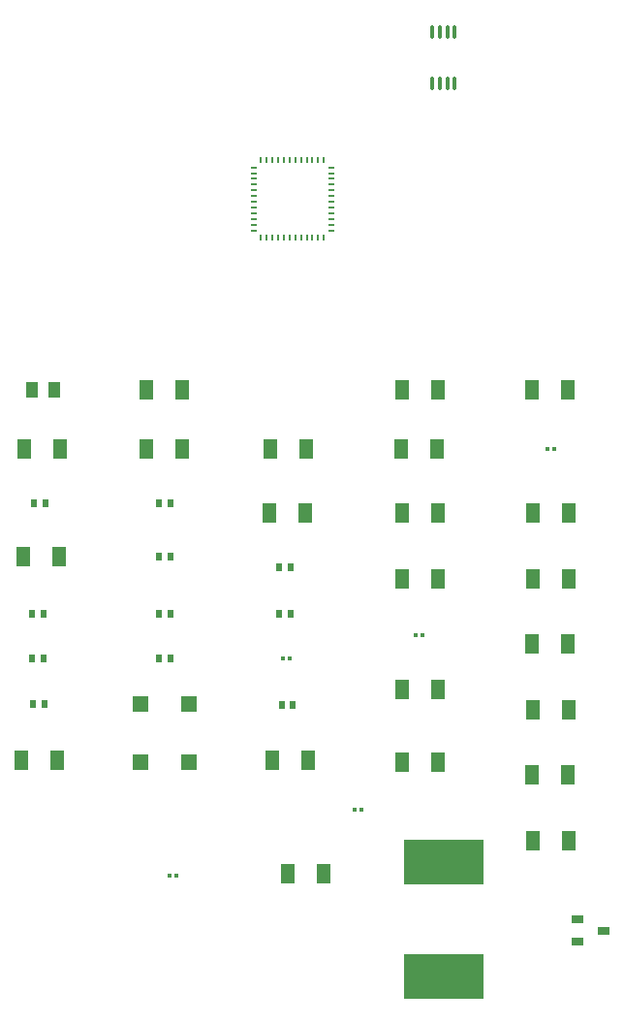
<source format=gtp>
G04*
G04 #@! TF.GenerationSoftware,Altium Limited,Altium Designer,18.1.9 (240)*
G04*
G04 Layer_Color=8421504*
%FSLAX24Y24*%
%MOIN*%
G70*
G01*
G75*
%ADD10O,0.0138X0.0531*%
%ADD11R,0.0571X0.0551*%
%ADD12R,0.0413X0.0256*%
%ADD13R,0.0118X0.0118*%
%ADD14R,0.0220X0.0252*%
%ADD15R,0.0433X0.0571*%
%ADD16R,0.0453X0.0669*%
%ADD17R,0.2756X0.1575*%
%ADD18O,0.0094X0.0236*%
%ADD19O,0.0236X0.0094*%
D10*
X25666Y42474D02*
D03*
X25922D02*
D03*
X26178D02*
D03*
X26434D02*
D03*
X25666Y44226D02*
D03*
X25922D02*
D03*
X26178D02*
D03*
X26434D02*
D03*
D11*
X15611Y21150D02*
D03*
Y19150D02*
D03*
X17289Y21150D02*
D03*
Y19150D02*
D03*
D12*
X31553Y13350D02*
D03*
X30647Y12976D02*
D03*
Y13724D02*
D03*
D13*
X16614Y15250D02*
D03*
X16850D02*
D03*
X25082Y23500D02*
D03*
X25318D02*
D03*
X22982Y17500D02*
D03*
X23218D02*
D03*
X29632Y29900D02*
D03*
X29868D02*
D03*
X20532Y22700D02*
D03*
X20768D02*
D03*
D14*
X11930Y21150D02*
D03*
X12316D02*
D03*
X11957Y28050D02*
D03*
X12343D02*
D03*
X16257Y26200D02*
D03*
X16643D02*
D03*
X16257Y24250D02*
D03*
X16643D02*
D03*
X11907Y22700D02*
D03*
X12293D02*
D03*
X20484Y21100D02*
D03*
X20870D02*
D03*
X20407Y25850D02*
D03*
X20793D02*
D03*
X11907Y24250D02*
D03*
X12293D02*
D03*
X16257Y28050D02*
D03*
X16643D02*
D03*
X16257Y22700D02*
D03*
X16643D02*
D03*
X20407Y24250D02*
D03*
X20793D02*
D03*
D15*
X11900Y31950D02*
D03*
X12648D02*
D03*
D16*
X29130Y27700D02*
D03*
X30370D02*
D03*
X24630Y21650D02*
D03*
X25870D02*
D03*
X24630Y19150D02*
D03*
X25870D02*
D03*
X29080Y31950D02*
D03*
X30320D02*
D03*
X24630D02*
D03*
X25870D02*
D03*
X11630Y29900D02*
D03*
X12870D02*
D03*
X11580Y26200D02*
D03*
X12820D02*
D03*
X20148Y19200D02*
D03*
X21388D02*
D03*
X11530D02*
D03*
X12770D02*
D03*
X15833Y31950D02*
D03*
X17074D02*
D03*
X24600Y29900D02*
D03*
X25840D02*
D03*
X24630Y27700D02*
D03*
X25870D02*
D03*
X15833Y29900D02*
D03*
X17074D02*
D03*
X29100Y18700D02*
D03*
X30340D02*
D03*
X20680Y15300D02*
D03*
X21920D02*
D03*
X29130Y20950D02*
D03*
X30370D02*
D03*
X20060Y27700D02*
D03*
X21300D02*
D03*
X29100Y23200D02*
D03*
X30340D02*
D03*
X29130Y16450D02*
D03*
X30370D02*
D03*
X20080Y29900D02*
D03*
X21320D02*
D03*
X24630Y25450D02*
D03*
X25870D02*
D03*
X29130D02*
D03*
X30370D02*
D03*
D17*
X26074Y15700D02*
D03*
Y11763D02*
D03*
D18*
X19767Y39839D02*
D03*
X19964D02*
D03*
X20161D02*
D03*
X20358D02*
D03*
X20555D02*
D03*
X20752D02*
D03*
X20948D02*
D03*
X21145D02*
D03*
X21342D02*
D03*
X21539D02*
D03*
X21736D02*
D03*
X21933D02*
D03*
Y37161D02*
D03*
X21736D02*
D03*
X21539D02*
D03*
X21342D02*
D03*
X21145D02*
D03*
X20948D02*
D03*
X20752D02*
D03*
X20555D02*
D03*
X20358D02*
D03*
X20161D02*
D03*
X19964D02*
D03*
X19767D02*
D03*
D19*
X22189Y39583D02*
D03*
Y39386D02*
D03*
Y39189D02*
D03*
Y38992D02*
D03*
Y38795D02*
D03*
Y38598D02*
D03*
Y38402D02*
D03*
Y38205D02*
D03*
Y38008D02*
D03*
Y37811D02*
D03*
Y37614D02*
D03*
Y37417D02*
D03*
X19511D02*
D03*
Y37614D02*
D03*
Y37811D02*
D03*
Y38008D02*
D03*
Y38205D02*
D03*
Y38402D02*
D03*
Y38598D02*
D03*
Y38795D02*
D03*
Y38992D02*
D03*
Y39189D02*
D03*
Y39386D02*
D03*
Y39583D02*
D03*
M02*

</source>
